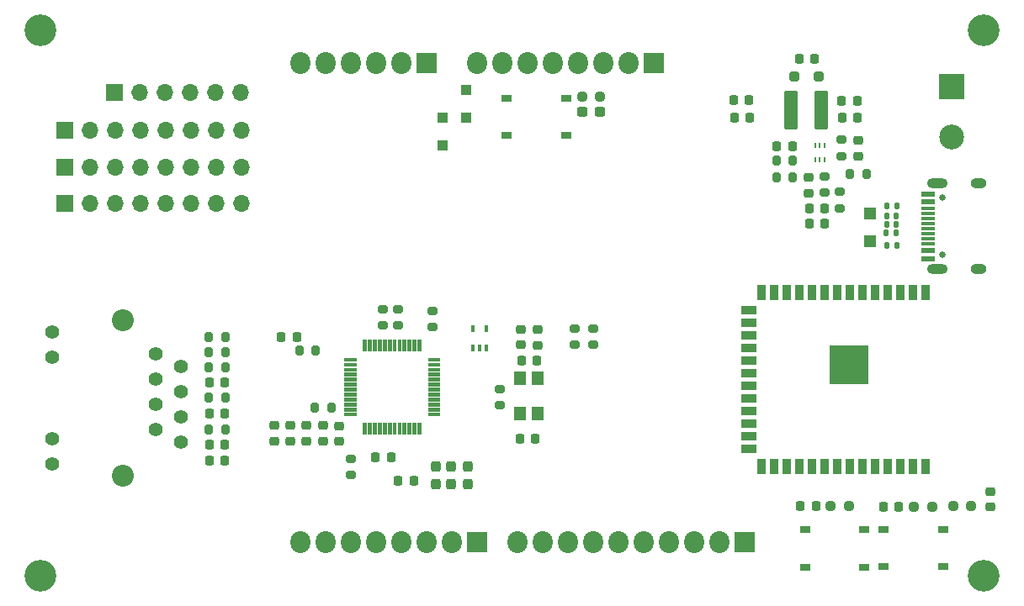
<source format=gbr>
%TF.GenerationSoftware,KiCad,Pcbnew,9.0.1*%
%TF.CreationDate,2025-04-25T09:38:52-03:00*%
%TF.ProjectId,A-NET,412d4e45-542e-46b6-9963-61645f706362,rev?*%
%TF.SameCoordinates,Original*%
%TF.FileFunction,Soldermask,Top*%
%TF.FilePolarity,Negative*%
%FSLAX46Y46*%
G04 Gerber Fmt 4.6, Leading zero omitted, Abs format (unit mm)*
G04 Created by KiCad (PCBNEW 9.0.1) date 2025-04-25 09:38:52*
%MOMM*%
%LPD*%
G01*
G04 APERTURE LIST*
G04 Aperture macros list*
%AMRoundRect*
0 Rectangle with rounded corners*
0 $1 Rounding radius*
0 $2 $3 $4 $5 $6 $7 $8 $9 X,Y pos of 4 corners*
0 Add a 4 corners polygon primitive as box body*
4,1,4,$2,$3,$4,$5,$6,$7,$8,$9,$2,$3,0*
0 Add four circle primitives for the rounded corners*
1,1,$1+$1,$2,$3*
1,1,$1+$1,$4,$5*
1,1,$1+$1,$6,$7*
1,1,$1+$1,$8,$9*
0 Add four rect primitives between the rounded corners*
20,1,$1+$1,$2,$3,$4,$5,0*
20,1,$1+$1,$4,$5,$6,$7,0*
20,1,$1+$1,$6,$7,$8,$9,0*
20,1,$1+$1,$8,$9,$2,$3,0*%
G04 Aperture macros list end*
%ADD10C,0.000000*%
%ADD11RoundRect,0.225000X0.225000X0.250000X-0.225000X0.250000X-0.225000X-0.250000X0.225000X-0.250000X0*%
%ADD12RoundRect,0.218750X0.218750X0.256250X-0.218750X0.256250X-0.218750X-0.256250X0.218750X-0.256250X0*%
%ADD13RoundRect,0.218750X-0.218750X-0.256250X0.218750X-0.256250X0.218750X0.256250X-0.218750X0.256250X0*%
%ADD14RoundRect,0.225000X0.250000X-0.225000X0.250000X0.225000X-0.250000X0.225000X-0.250000X-0.225000X0*%
%ADD15RoundRect,0.250000X-0.300000X0.300000X-0.300000X-0.300000X0.300000X-0.300000X0.300000X0.300000X0*%
%ADD16RoundRect,0.200000X0.200000X0.275000X-0.200000X0.275000X-0.200000X-0.275000X0.200000X-0.275000X0*%
%ADD17RoundRect,0.200000X-0.200000X-0.275000X0.200000X-0.275000X0.200000X0.275000X-0.200000X0.275000X0*%
%ADD18RoundRect,0.200000X-0.275000X0.200000X-0.275000X-0.200000X0.275000X-0.200000X0.275000X0.200000X0*%
%ADD19R,1.700000X1.700000*%
%ADD20O,1.700000X1.700000*%
%ADD21RoundRect,0.225000X-0.225000X-0.250000X0.225000X-0.250000X0.225000X0.250000X-0.225000X0.250000X0*%
%ADD22RoundRect,0.102000X0.550000X1.850000X-0.550000X1.850000X-0.550000X-1.850000X0.550000X-1.850000X0*%
%ADD23RoundRect,0.237500X0.250000X0.237500X-0.250000X0.237500X-0.250000X-0.237500X0.250000X-0.237500X0*%
%ADD24RoundRect,0.237500X0.237500X-0.287500X0.237500X0.287500X-0.237500X0.287500X-0.237500X-0.287500X0*%
%ADD25R,1.000000X0.750000*%
%ADD26RoundRect,0.237500X-0.250000X-0.237500X0.250000X-0.237500X0.250000X0.237500X-0.250000X0.237500X0*%
%ADD27C,1.397000*%
%ADD28C,2.209800*%
%ADD29RoundRect,0.225000X-0.250000X0.225000X-0.250000X-0.225000X0.250000X-0.225000X0.250000X0.225000X0*%
%ADD30R,1.200000X1.200000*%
%ADD31C,3.200000*%
%ADD32RoundRect,0.200000X0.275000X-0.200000X0.275000X0.200000X-0.275000X0.200000X-0.275000X-0.200000X0*%
%ADD33RoundRect,0.147500X-0.147500X-0.172500X0.147500X-0.172500X0.147500X0.172500X-0.147500X0.172500X0*%
%ADD34R,1.200000X1.400000*%
%ADD35RoundRect,0.100000X0.100000X-0.225000X0.100000X0.225000X-0.100000X0.225000X-0.100000X-0.225000X0*%
%ADD36R,2.500000X2.500000*%
%ADD37C,2.500000*%
%ADD38RoundRect,0.237500X-0.300000X-0.237500X0.300000X-0.237500X0.300000X0.237500X-0.300000X0.237500X0*%
%ADD39C,0.650000*%
%ADD40R,1.450000X0.600000*%
%ADD41R,1.450000X0.300000*%
%ADD42O,2.100000X1.000000*%
%ADD43O,1.600000X1.000000*%
%ADD44R,0.900000X1.500000*%
%ADD45R,1.500000X0.900000*%
%ADD46C,1.000000*%
%ADD47C,0.600000*%
%ADD48R,3.900000X3.900000*%
%ADD49RoundRect,0.135000X0.135000X0.185000X-0.135000X0.185000X-0.135000X-0.185000X0.135000X-0.185000X0*%
%ADD50RoundRect,0.250000X0.250000X0.250000X-0.250000X0.250000X-0.250000X-0.250000X0.250000X-0.250000X0*%
%ADD51R,0.228600X0.609600*%
%ADD52R,2.000000X2.000000*%
%ADD53O,2.000000X2.200000*%
G04 APERTURE END LIST*
D10*
%TO.C,U$1*%
G36*
X129873770Y-110000000D02*
G01*
X128673770Y-110000000D01*
X128673770Y-109600000D01*
X129873770Y-109600000D01*
X129873770Y-110000000D01*
G37*
G36*
X129873770Y-110500000D02*
G01*
X128673770Y-110500000D01*
X128673770Y-110100000D01*
X129873770Y-110100000D01*
X129873770Y-110500000D01*
G37*
G36*
X129873770Y-111000000D02*
G01*
X128673770Y-111000000D01*
X128673770Y-110600000D01*
X129873770Y-110600000D01*
X129873770Y-111000000D01*
G37*
G36*
X129873770Y-111500000D02*
G01*
X128673770Y-111500000D01*
X128673770Y-111100000D01*
X129873770Y-111100000D01*
X129873770Y-111500000D01*
G37*
G36*
X129873770Y-112000000D02*
G01*
X128673770Y-112000000D01*
X128673770Y-111600000D01*
X129873770Y-111600000D01*
X129873770Y-112000000D01*
G37*
G36*
X129873770Y-112500000D02*
G01*
X128673770Y-112500000D01*
X128673770Y-112100000D01*
X129873770Y-112100000D01*
X129873770Y-112500000D01*
G37*
G36*
X129873770Y-113000000D02*
G01*
X128673770Y-113000000D01*
X128673770Y-112600000D01*
X129873770Y-112600000D01*
X129873770Y-113000000D01*
G37*
G36*
X129873770Y-113500000D02*
G01*
X128673770Y-113500000D01*
X128673770Y-113100000D01*
X129873770Y-113100000D01*
X129873770Y-113500000D01*
G37*
G36*
X129873770Y-114000000D02*
G01*
X128673770Y-114000000D01*
X128673770Y-113600000D01*
X129873770Y-113600000D01*
X129873770Y-114000000D01*
G37*
G36*
X129873770Y-114500000D02*
G01*
X128673770Y-114500000D01*
X128673770Y-114100000D01*
X129873770Y-114100000D01*
X129873770Y-114500000D01*
G37*
G36*
X129873770Y-115000000D02*
G01*
X128673770Y-115000000D01*
X128673770Y-114600000D01*
X129873770Y-114600000D01*
X129873770Y-115000000D01*
G37*
G36*
X129873770Y-115500000D02*
G01*
X128673770Y-115500000D01*
X128673770Y-115100000D01*
X129873770Y-115100000D01*
X129873770Y-115500000D01*
G37*
G36*
X130923770Y-108950000D02*
G01*
X130523770Y-108950000D01*
X130523770Y-107750000D01*
X130923770Y-107750000D01*
X130923770Y-108950000D01*
G37*
G36*
X130923770Y-117350000D02*
G01*
X130523770Y-117350000D01*
X130523770Y-116150000D01*
X130923770Y-116150000D01*
X130923770Y-117350000D01*
G37*
G36*
X131423770Y-108950000D02*
G01*
X131023770Y-108950000D01*
X131023770Y-107750000D01*
X131423770Y-107750000D01*
X131423770Y-108950000D01*
G37*
G36*
X131423770Y-117350000D02*
G01*
X131023770Y-117350000D01*
X131023770Y-116150000D01*
X131423770Y-116150000D01*
X131423770Y-117350000D01*
G37*
G36*
X131923770Y-108950000D02*
G01*
X131523770Y-108950000D01*
X131523770Y-107750000D01*
X131923770Y-107750000D01*
X131923770Y-108950000D01*
G37*
G36*
X131923770Y-117350000D02*
G01*
X131523770Y-117350000D01*
X131523770Y-116150000D01*
X131923770Y-116150000D01*
X131923770Y-117350000D01*
G37*
G36*
X132423770Y-108950000D02*
G01*
X132023770Y-108950000D01*
X132023770Y-107750000D01*
X132423770Y-107750000D01*
X132423770Y-108950000D01*
G37*
G36*
X132423770Y-117350000D02*
G01*
X132023770Y-117350000D01*
X132023770Y-116150000D01*
X132423770Y-116150000D01*
X132423770Y-117350000D01*
G37*
G36*
X132923770Y-108950000D02*
G01*
X132523770Y-108950000D01*
X132523770Y-107750000D01*
X132923770Y-107750000D01*
X132923770Y-108950000D01*
G37*
G36*
X132923770Y-117350000D02*
G01*
X132523770Y-117350000D01*
X132523770Y-116150000D01*
X132923770Y-116150000D01*
X132923770Y-117350000D01*
G37*
G36*
X133423770Y-108950000D02*
G01*
X133023770Y-108950000D01*
X133023770Y-107750000D01*
X133423770Y-107750000D01*
X133423770Y-108950000D01*
G37*
G36*
X133423770Y-117350000D02*
G01*
X133023770Y-117350000D01*
X133023770Y-116150000D01*
X133423770Y-116150000D01*
X133423770Y-117350000D01*
G37*
G36*
X133923770Y-108950000D02*
G01*
X133523770Y-108950000D01*
X133523770Y-107750000D01*
X133923770Y-107750000D01*
X133923770Y-108950000D01*
G37*
G36*
X133923770Y-117350000D02*
G01*
X133523770Y-117350000D01*
X133523770Y-116150000D01*
X133923770Y-116150000D01*
X133923770Y-117350000D01*
G37*
G36*
X134423770Y-108950000D02*
G01*
X134023770Y-108950000D01*
X134023770Y-107750000D01*
X134423770Y-107750000D01*
X134423770Y-108950000D01*
G37*
G36*
X134423770Y-117350000D02*
G01*
X134023770Y-117350000D01*
X134023770Y-116150000D01*
X134423770Y-116150000D01*
X134423770Y-117350000D01*
G37*
G36*
X134923770Y-108950000D02*
G01*
X134523770Y-108950000D01*
X134523770Y-107750000D01*
X134923770Y-107750000D01*
X134923770Y-108950000D01*
G37*
G36*
X134923770Y-117350000D02*
G01*
X134523770Y-117350000D01*
X134523770Y-116150000D01*
X134923770Y-116150000D01*
X134923770Y-117350000D01*
G37*
G36*
X135423770Y-108950000D02*
G01*
X135023770Y-108950000D01*
X135023770Y-107750000D01*
X135423770Y-107750000D01*
X135423770Y-108950000D01*
G37*
G36*
X135423770Y-117350000D02*
G01*
X135023770Y-117350000D01*
X135023770Y-116150000D01*
X135423770Y-116150000D01*
X135423770Y-117350000D01*
G37*
G36*
X135923770Y-108950000D02*
G01*
X135523770Y-108950000D01*
X135523770Y-107750000D01*
X135923770Y-107750000D01*
X135923770Y-108950000D01*
G37*
G36*
X135923770Y-117350000D02*
G01*
X135523770Y-117350000D01*
X135523770Y-116150000D01*
X135923770Y-116150000D01*
X135923770Y-117350000D01*
G37*
G36*
X136423770Y-108950000D02*
G01*
X136023770Y-108950000D01*
X136023770Y-107750000D01*
X136423770Y-107750000D01*
X136423770Y-108950000D01*
G37*
G36*
X136423770Y-117350000D02*
G01*
X136023770Y-117350000D01*
X136023770Y-116150000D01*
X136423770Y-116150000D01*
X136423770Y-117350000D01*
G37*
G36*
X138273770Y-110000000D02*
G01*
X137073770Y-110000000D01*
X137073770Y-109600000D01*
X138273770Y-109600000D01*
X138273770Y-110000000D01*
G37*
G36*
X138273770Y-110500000D02*
G01*
X137073770Y-110500000D01*
X137073770Y-110100000D01*
X138273770Y-110100000D01*
X138273770Y-110500000D01*
G37*
G36*
X138273770Y-111000000D02*
G01*
X137073770Y-111000000D01*
X137073770Y-110600000D01*
X138273770Y-110600000D01*
X138273770Y-111000000D01*
G37*
G36*
X138273770Y-111500000D02*
G01*
X137073770Y-111500000D01*
X137073770Y-111100000D01*
X138273770Y-111100000D01*
X138273770Y-111500000D01*
G37*
G36*
X138273770Y-112000000D02*
G01*
X137073770Y-112000000D01*
X137073770Y-111600000D01*
X138273770Y-111600000D01*
X138273770Y-112000000D01*
G37*
G36*
X138273770Y-112500000D02*
G01*
X137073770Y-112500000D01*
X137073770Y-112100000D01*
X138273770Y-112100000D01*
X138273770Y-112500000D01*
G37*
G36*
X138273770Y-113000000D02*
G01*
X137073770Y-113000000D01*
X137073770Y-112600000D01*
X138273770Y-112600000D01*
X138273770Y-113000000D01*
G37*
G36*
X138273770Y-113500000D02*
G01*
X137073770Y-113500000D01*
X137073770Y-113100000D01*
X138273770Y-113100000D01*
X138273770Y-113500000D01*
G37*
G36*
X138273770Y-114000000D02*
G01*
X137073770Y-114000000D01*
X137073770Y-113600000D01*
X138273770Y-113600000D01*
X138273770Y-114000000D01*
G37*
G36*
X138273770Y-114500000D02*
G01*
X137073770Y-114500000D01*
X137073770Y-114100000D01*
X138273770Y-114100000D01*
X138273770Y-114500000D01*
G37*
G36*
X138273770Y-115000000D02*
G01*
X137073770Y-115000000D01*
X137073770Y-114600000D01*
X138273770Y-114600000D01*
X138273770Y-115000000D01*
G37*
G36*
X138273770Y-115500000D02*
G01*
X137073770Y-115500000D01*
X137073770Y-115100000D01*
X138273770Y-115100000D01*
X138273770Y-115500000D01*
G37*
%TD*%
D11*
%TO.C,C10*%
X175975000Y-79500000D03*
X174425000Y-79500000D03*
%TD*%
D12*
%TO.C,FB1*%
X123886270Y-107475000D03*
X122311270Y-107475000D03*
%TD*%
D13*
%TO.C,D4*%
X172187500Y-88275000D03*
X173762500Y-88275000D03*
%TD*%
D14*
%TO.C,C21*%
X128098770Y-118000000D03*
X128098770Y-116450000D03*
%TD*%
D15*
%TO.C,D1*%
X138525000Y-85400000D03*
X138525000Y-88200000D03*
%TD*%
D16*
%TO.C,R4*%
X173805000Y-91380000D03*
X172155000Y-91380000D03*
%TD*%
D17*
%TO.C,R27*%
X115050744Y-109007000D03*
X116700744Y-109007000D03*
%TD*%
D18*
%TO.C,R22*%
X132498770Y-104675000D03*
X132498770Y-106325000D03*
%TD*%
D11*
%TO.C,C18*%
X133348770Y-119650000D03*
X131798770Y-119650000D03*
%TD*%
D19*
%TO.C,J10*%
X100500000Y-86675000D03*
D20*
X103040000Y-86675000D03*
X105580000Y-86675000D03*
X108120000Y-86675000D03*
X110660000Y-86675000D03*
X113200000Y-86675000D03*
X115740000Y-86675000D03*
X118280000Y-86675000D03*
%TD*%
D21*
%TO.C,C1*%
X178700000Y-83725000D03*
X180250000Y-83725000D03*
%TD*%
D22*
%TO.C,L1*%
X176625000Y-84625000D03*
X173625000Y-84625000D03*
%TD*%
D18*
%TO.C,R15*%
X144320000Y-112725000D03*
X144320000Y-114375000D03*
%TD*%
D21*
%TO.C,C13*%
X146505000Y-109890000D03*
X148055000Y-109890000D03*
%TD*%
D23*
%TO.C,R30*%
X154387500Y-83275000D03*
X152562500Y-83275000D03*
%TD*%
D21*
%TO.C,C24*%
X115100744Y-112107000D03*
X116650744Y-112107000D03*
%TD*%
D24*
%TO.C,D10*%
X137850000Y-122325000D03*
X137850000Y-120575000D03*
%TD*%
D21*
%TO.C,C2*%
X178725000Y-85425000D03*
X180275000Y-85425000D03*
%TD*%
D19*
%TO.C,J9*%
X100500000Y-90400000D03*
D20*
X103040000Y-90400000D03*
X105580000Y-90400000D03*
X108120000Y-90400000D03*
X110660000Y-90400000D03*
X113200000Y-90400000D03*
X115740000Y-90400000D03*
X118280000Y-90400000D03*
%TD*%
D25*
%TO.C,U5*%
X150975000Y-87225000D03*
X144975000Y-87225000D03*
X150975000Y-83475000D03*
X144975000Y-83475000D03*
%TD*%
D26*
%TO.C,R10*%
X185961270Y-124575000D03*
X187786270Y-124575000D03*
%TD*%
D21*
%TO.C,C27*%
X115075744Y-119982000D03*
X116625744Y-119982000D03*
%TD*%
D16*
%TO.C,R24*%
X127348770Y-114575000D03*
X125698770Y-114575000D03*
%TD*%
D27*
%TO.C,J3*%
X109675000Y-109205000D03*
X112215000Y-110475000D03*
X109675000Y-111745000D03*
X112215000Y-113015000D03*
X109675000Y-114285000D03*
X112215000Y-115555000D03*
X109675000Y-116825000D03*
X112215000Y-118095000D03*
X99265000Y-106974999D03*
X99265064Y-109514999D03*
X99265064Y-117785001D03*
X99265000Y-120325001D03*
D28*
X106374999Y-105800000D03*
X106374999Y-121500000D03*
%TD*%
D14*
%TO.C,C22*%
X121648770Y-117975000D03*
X121648770Y-116425000D03*
%TD*%
D29*
%TO.C,C14*%
X146449570Y-106743200D03*
X146449570Y-108293200D03*
%TD*%
D18*
%TO.C,R20*%
X137559570Y-104839000D03*
X137559570Y-106489000D03*
%TD*%
D29*
%TO.C,C16*%
X148151370Y-106768600D03*
X148151370Y-108318600D03*
%TD*%
D30*
%TO.C,D8*%
X181526970Y-95018400D03*
X181526970Y-97818400D03*
%TD*%
D26*
%TO.C,R11*%
X177605472Y-124550000D03*
X179430472Y-124550000D03*
%TD*%
D21*
%TO.C,C26*%
X115100744Y-115232000D03*
X116650744Y-115232000D03*
%TD*%
D23*
%TO.C,R7*%
X191753770Y-124550000D03*
X189928770Y-124550000D03*
%TD*%
D11*
%TO.C,C15*%
X147891800Y-117779800D03*
X146341800Y-117779800D03*
%TD*%
D18*
%TO.C,R5*%
X176961120Y-91317500D03*
X176961120Y-92967500D03*
%TD*%
D31*
%TO.C,MH2*%
X192984768Y-76624067D03*
%TD*%
D11*
%TO.C,C9*%
X176973770Y-94525000D03*
X175423770Y-94525000D03*
%TD*%
D24*
%TO.C,D11*%
X139426230Y-122325000D03*
X139426230Y-120575000D03*
%TD*%
D14*
%TO.C,C20*%
X123248770Y-117975000D03*
X123248770Y-116425000D03*
%TD*%
D32*
%TO.C,R17*%
X151808970Y-108292400D03*
X151808970Y-106642400D03*
%TD*%
D17*
%TO.C,R23*%
X124123770Y-108825000D03*
X125773770Y-108825000D03*
%TD*%
D33*
%TO.C,D6*%
X183225000Y-96180000D03*
X184195000Y-96180000D03*
%TD*%
D34*
%TO.C,Y1*%
X146329400Y-111687200D03*
X146329400Y-115187200D03*
X148129400Y-115187200D03*
X148129400Y-111687200D03*
%TD*%
D32*
%TO.C,R16*%
X153663170Y-108292400D03*
X153663170Y-106642400D03*
%TD*%
D35*
%TO.C,IC1*%
X141625000Y-108575000D03*
X142275000Y-108575000D03*
X142925000Y-108575000D03*
X142925000Y-106675000D03*
X141625000Y-106675000D03*
%TD*%
D21*
%TO.C,C25*%
X115100744Y-118382000D03*
X116650744Y-118382000D03*
%TD*%
D16*
%TO.C,R2*%
X181205000Y-91080000D03*
X179555000Y-91080000D03*
%TD*%
D31*
%TO.C,MH3*%
X98064968Y-131533787D03*
%TD*%
D17*
%TO.C,R28*%
X115050744Y-113632000D03*
X116700744Y-113632000D03*
%TD*%
D31*
%TO.C,MH1*%
X192984768Y-131543947D03*
%TD*%
D17*
%TO.C,R6*%
X172155000Y-89760000D03*
X173805000Y-89760000D03*
%TD*%
D11*
%TO.C,C11*%
X184450000Y-124625000D03*
X182900000Y-124625000D03*
%TD*%
D36*
%TO.C,J1*%
X189780000Y-82270000D03*
D37*
X189780000Y-87350000D03*
%TD*%
D32*
%TO.C,R1*%
X178680000Y-89265000D03*
X178680000Y-87615000D03*
%TD*%
D14*
%TO.C,C7*%
X193668170Y-124625400D03*
X193668170Y-123075400D03*
%TD*%
D21*
%TO.C,C17*%
X134099000Y-121996200D03*
X135649000Y-121996200D03*
%TD*%
D32*
%TO.C,R3*%
X178523770Y-94525000D03*
X178523770Y-92875000D03*
%TD*%
D11*
%TO.C,C12*%
X176103770Y-124550000D03*
X174553770Y-124550000D03*
%TD*%
D18*
%TO.C,R21*%
X134023770Y-104675000D03*
X134023770Y-106325000D03*
%TD*%
D17*
%TO.C,R26*%
X115050744Y-116832000D03*
X116700744Y-116832000D03*
%TD*%
D11*
%TO.C,C6*%
X169365000Y-83670000D03*
X167815000Y-83670000D03*
%TD*%
D38*
%TO.C,C28*%
X152628770Y-84830000D03*
X154353770Y-84830000D03*
%TD*%
D11*
%TO.C,C5*%
X169486270Y-85425000D03*
X167936270Y-85425000D03*
%TD*%
D39*
%TO.C,J2*%
X188843770Y-99230000D03*
X188843770Y-93450000D03*
D40*
X187398770Y-99590000D03*
X187398770Y-98790000D03*
D41*
X187398770Y-97590000D03*
X187398770Y-96590000D03*
X187398770Y-96090000D03*
X187398770Y-95090000D03*
D40*
X187398770Y-93890000D03*
X187398770Y-93090000D03*
X187398770Y-93090000D03*
X187398770Y-93890000D03*
D41*
X187398770Y-94590000D03*
X187398770Y-95590000D03*
X187398770Y-97090000D03*
X187398770Y-98090000D03*
D40*
X187398770Y-98790000D03*
X187398770Y-99590000D03*
D42*
X188313770Y-100660000D03*
D43*
X192493770Y-100660000D03*
D42*
X188313770Y-92020000D03*
D43*
X192493770Y-92020000D03*
%TD*%
D33*
%TO.C,D7*%
X183245000Y-95300000D03*
X184215000Y-95300000D03*
%TD*%
D31*
%TO.C,MH4*%
X98064968Y-76624067D03*
%TD*%
D17*
%TO.C,R25*%
X115025744Y-107482000D03*
X116675744Y-107482000D03*
%TD*%
D44*
%TO.C,U2*%
X187143770Y-103050000D03*
X185873770Y-103050000D03*
X184603770Y-103050000D03*
X183333770Y-103050000D03*
X182063770Y-103050000D03*
X180793770Y-103050000D03*
X179523770Y-103050000D03*
X178253770Y-103050000D03*
X176983770Y-103050000D03*
X175713770Y-103050000D03*
X174443770Y-103050000D03*
X173173770Y-103050000D03*
X171903770Y-103050000D03*
X170633770Y-103050000D03*
D45*
X169383770Y-104815000D03*
X169383770Y-106085000D03*
X169383770Y-107355000D03*
X169383770Y-108625000D03*
X169383770Y-109895000D03*
X169383770Y-111165000D03*
X169383770Y-112435000D03*
X169383770Y-113705000D03*
X169383770Y-114975000D03*
X169383770Y-116245000D03*
X169383770Y-117515000D03*
X169383770Y-118785000D03*
D44*
X170633770Y-120550000D03*
X171903770Y-120550000D03*
X173173770Y-120550000D03*
X174443770Y-120550000D03*
X175713770Y-120550000D03*
X176983770Y-120550000D03*
X178253770Y-120550000D03*
X179523770Y-120550000D03*
X180793770Y-120550000D03*
X182063770Y-120550000D03*
X183333770Y-120550000D03*
X184603770Y-120550000D03*
X185873770Y-120550000D03*
X187143770Y-120550000D03*
D46*
X180123770Y-108900000D03*
X178723770Y-108900000D03*
X180823770Y-109600000D03*
D47*
X179423770Y-109600000D03*
D46*
X178023770Y-109600000D03*
D47*
X180123770Y-110300000D03*
D48*
X179423770Y-110300000D03*
D47*
X178723770Y-110300000D03*
D46*
X180823770Y-111000000D03*
D47*
X179423770Y-111000000D03*
D46*
X178023770Y-111000000D03*
X180123770Y-111700000D03*
X178723770Y-111700000D03*
%TD*%
D49*
%TO.C,R9*%
X184210000Y-97025000D03*
X183190000Y-97025000D03*
%TD*%
D11*
%TO.C,C8*%
X176973770Y-96075000D03*
X175423770Y-96075000D03*
%TD*%
D14*
%TO.C,C19*%
X124848770Y-117975000D03*
X124848770Y-116425000D03*
%TD*%
D25*
%TO.C,U4*%
X175000000Y-126925000D03*
X181000000Y-126925000D03*
X175000000Y-130675000D03*
X181000000Y-130675000D03*
%TD*%
D17*
%TO.C,R29*%
X115050744Y-110557000D03*
X116700744Y-110557000D03*
%TD*%
D50*
%TO.C,D3*%
X176400000Y-81275000D03*
X173900000Y-81275000D03*
%TD*%
D32*
%TO.C,FB2*%
X129313770Y-121425000D03*
X129313770Y-119775000D03*
%TD*%
D29*
%TO.C,C4*%
X175376420Y-91455000D03*
X175376420Y-93005000D03*
%TD*%
D15*
%TO.C,D2*%
X140875000Y-82575000D03*
X140875000Y-85375000D03*
%TD*%
D24*
%TO.C,D9*%
X141051230Y-122325000D03*
X141051230Y-120575000D03*
%TD*%
D14*
%TO.C,C23*%
X126498770Y-117975000D03*
X126498770Y-116425000D03*
%TD*%
D33*
%TO.C,D5*%
X183282500Y-98300000D03*
X184252500Y-98300000D03*
%TD*%
D51*
%TO.C,U1*%
X177011372Y-88170000D03*
X176511246Y-88170000D03*
X176011120Y-88170000D03*
X176011120Y-89668600D03*
X176511246Y-89668600D03*
X177011372Y-89668600D03*
%TD*%
D25*
%TO.C,U3*%
X182948770Y-126900000D03*
X188948770Y-126900000D03*
X182948770Y-130650000D03*
X188948770Y-130650000D03*
%TD*%
D49*
%TO.C,R8*%
X184255000Y-94275000D03*
X183235000Y-94275000D03*
%TD*%
D19*
%TO.C,J11*%
X105520000Y-82900000D03*
D20*
X108060000Y-82900000D03*
X110600000Y-82900000D03*
X113140000Y-82900000D03*
X115680000Y-82900000D03*
X118220000Y-82900000D03*
%TD*%
D29*
%TO.C,C3*%
X180391120Y-87715000D03*
X180391120Y-89265000D03*
%TD*%
D19*
%TO.C,J8*%
X100500000Y-94075000D03*
D20*
X103040000Y-94075000D03*
X105580000Y-94075000D03*
X108120000Y-94075000D03*
X110660000Y-94075000D03*
X113200000Y-94075000D03*
X115740000Y-94075000D03*
X118280000Y-94075000D03*
%TD*%
D52*
%TO.C,J5*%
X136906648Y-79903207D03*
D53*
X134366648Y-79903207D03*
X131826648Y-79903207D03*
X129286648Y-79903207D03*
X126746648Y-79903207D03*
X124206648Y-79903207D03*
%TD*%
D52*
%TO.C,J4*%
X159766648Y-79903207D03*
D53*
X157226648Y-79903207D03*
X154686648Y-79903207D03*
X152146648Y-79903207D03*
X149606648Y-79903207D03*
X147066648Y-79903207D03*
X144526648Y-79903207D03*
X141986648Y-79903207D03*
%TD*%
D52*
%TO.C,J7*%
X141986648Y-128163207D03*
D53*
X139446648Y-128163207D03*
X136906648Y-128163207D03*
X134366648Y-128163207D03*
X131826648Y-128163207D03*
X129286648Y-128163207D03*
X126746648Y-128163207D03*
X124206648Y-128163207D03*
%TD*%
D52*
%TO.C,J6*%
X168910648Y-128163207D03*
D53*
X166370648Y-128163207D03*
X163830648Y-128163207D03*
X161290648Y-128163207D03*
X158750648Y-128163207D03*
X156210648Y-128163207D03*
X153670648Y-128163207D03*
X151130648Y-128163207D03*
X148590648Y-128163207D03*
X146050648Y-128163207D03*
%TD*%
M02*

</source>
